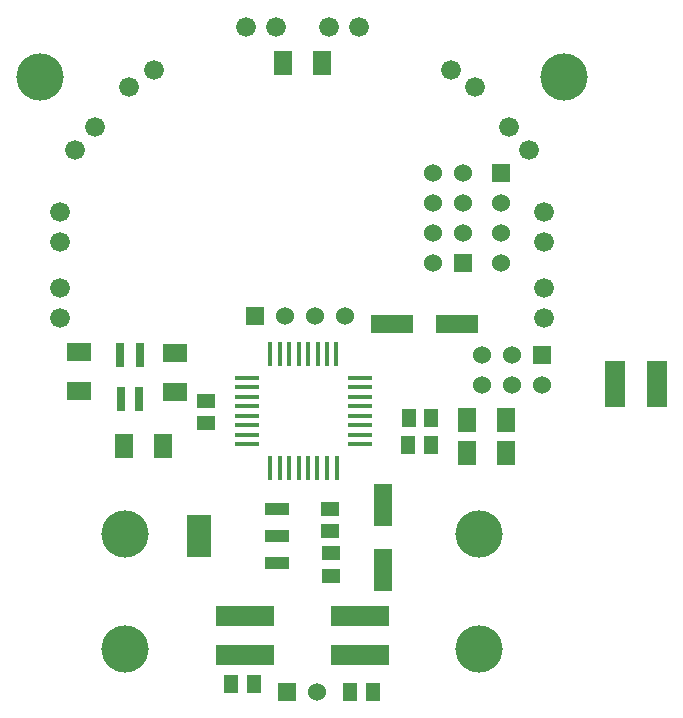
<source format=gts>
G04 (created by PCBNEW (2013-07-07 BZR 4022)-stable) date 23/08/2016 11:16:44 p. m.*
%MOIN*%
G04 Gerber Fmt 3.4, Leading zero omitted, Abs format*
%FSLAX34Y34*%
G01*
G70*
G90*
G04 APERTURE LIST*
%ADD10C,0.00590551*%
%ADD11C,0.066*%
%ADD12C,0.15748*%
%ADD13R,0.06X0.06*%
%ADD14C,0.06*%
%ADD15R,0.19685X0.0708661*%
%ADD16R,0.08X0.144*%
%ADD17R,0.08X0.04*%
%ADD18R,0.06X0.08*%
%ADD19R,0.08X0.06*%
%ADD20R,0.0708661X0.15748*%
%ADD21R,0.063X0.1417*%
%ADD22R,0.1417X0.063*%
%ADD23R,0.0512X0.059*%
%ADD24R,0.059X0.0512*%
%ADD25R,0.0787X0.0177*%
%ADD26R,0.0177X0.0787*%
%ADD27R,0.0275591X0.0787402*%
G04 APERTURE END LIST*
G54D10*
G54D11*
X42715Y43743D03*
X42715Y44743D03*
X42715Y47302D03*
X42715Y46302D03*
X26574Y44743D03*
X26574Y43743D03*
X26574Y46302D03*
X26574Y47302D03*
X32767Y53456D03*
X33767Y53456D03*
X35523Y53456D03*
X36523Y53456D03*
X27071Y49359D03*
X27737Y50105D03*
X28873Y51444D03*
X29689Y52027D03*
X39601Y52027D03*
X40416Y51444D03*
X41552Y50105D03*
X42219Y49359D03*
G54D12*
X43387Y51802D03*
X25902Y51802D03*
G54D13*
X41275Y48587D03*
G54D14*
X41275Y47587D03*
X41275Y46587D03*
X41275Y45587D03*
G54D13*
X39995Y45587D03*
G54D14*
X38995Y45587D03*
X39995Y46587D03*
X38995Y46587D03*
X39995Y47587D03*
X38995Y47587D03*
X39995Y48587D03*
X38995Y48587D03*
G54D12*
X40550Y32737D03*
X40550Y36540D03*
G54D15*
X36562Y33811D03*
X36562Y32512D03*
G54D16*
X31221Y36491D03*
G54D17*
X33821Y36491D03*
X33821Y37391D03*
X33821Y35591D03*
G54D18*
X41445Y40367D03*
X40145Y40367D03*
G54D19*
X30415Y42577D03*
X30415Y41277D03*
X27215Y42617D03*
X27215Y41317D03*
G54D18*
X30005Y39487D03*
X28705Y39487D03*
X40145Y39267D03*
X41445Y39267D03*
G54D13*
X33081Y43837D03*
G54D14*
X34081Y43837D03*
X35081Y43837D03*
X36081Y43837D03*
G54D13*
X42655Y42507D03*
G54D14*
X42655Y41507D03*
X41655Y42507D03*
X41655Y41507D03*
X40655Y42507D03*
X40655Y41507D03*
G54D13*
X34145Y31291D03*
G54D14*
X35145Y31291D03*
G54D12*
X28739Y32736D03*
X28739Y36539D03*
G54D15*
X32727Y33810D03*
X32727Y32511D03*
G54D20*
X45078Y41566D03*
X46456Y41566D03*
X45078Y41566D03*
G54D21*
X37335Y37530D03*
X37335Y35364D03*
G54D22*
X37652Y43547D03*
X39818Y43547D03*
G54D23*
X38950Y40407D03*
X38200Y40407D03*
G54D24*
X35586Y37394D03*
X35586Y36644D03*
X31437Y40238D03*
X31437Y40988D03*
G54D23*
X33024Y31551D03*
X32274Y31551D03*
X36990Y31287D03*
X36240Y31287D03*
X38938Y39525D03*
X38188Y39525D03*
G54D24*
X35589Y35160D03*
X35589Y35910D03*
G54D25*
X32799Y39554D03*
X32799Y39869D03*
X32799Y40184D03*
X32799Y40499D03*
X32799Y40814D03*
X32799Y41129D03*
X32799Y41444D03*
X32799Y41759D03*
X36565Y41757D03*
X36565Y39547D03*
X36565Y39867D03*
X36565Y40187D03*
X36565Y40497D03*
X36565Y40817D03*
X36565Y41127D03*
X36565Y41447D03*
G54D26*
X33583Y42547D03*
X33897Y42547D03*
X34213Y42547D03*
X34527Y42547D03*
X34843Y42547D03*
X35157Y42547D03*
X35473Y42547D03*
X35787Y42547D03*
X33585Y38767D03*
X33895Y38767D03*
X34215Y38767D03*
X34525Y38767D03*
X34835Y38767D03*
X35155Y38767D03*
X35475Y38767D03*
X35795Y38767D03*
G54D18*
X35295Y52247D03*
X33995Y52247D03*
G54D27*
X28619Y41059D03*
X29210Y41059D03*
X29249Y42516D03*
X28580Y42516D03*
M02*

</source>
